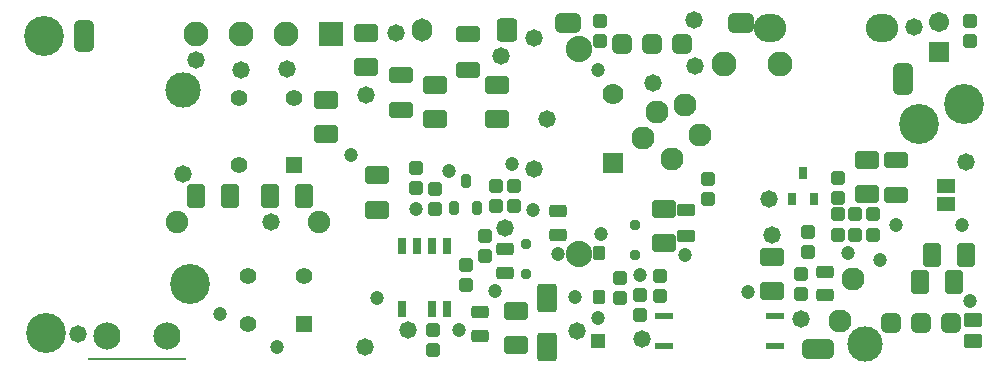
<source format=gbs>
G04*
G04 #@! TF.GenerationSoftware,Altium Limited,Altium Designer,19.0.15 (446)*
G04*
G04 Layer_Color=16711935*
%FSLAX25Y25*%
%MOIN*%
G70*
G01*
G75*
%ADD21R,0.33000X0.00500*%
%ADD22C,0.06737*%
%ADD23R,0.06737X0.06737*%
%ADD24C,0.08300*%
G04:AMPARAMS|DCode=25|XSize=106.42mil|YSize=67.06mil|CornerRadius=18.76mil|HoleSize=0mil|Usage=FLASHONLY|Rotation=0.000|XOffset=0mil|YOffset=0mil|HoleType=Round|Shape=RoundedRectangle|*
%AMROUNDEDRECTD25*
21,1,0.10642,0.02953,0,0,0.0*
21,1,0.06890,0.06706,0,0,0.0*
1,1,0.03753,0.03445,-0.01476*
1,1,0.03753,-0.03445,-0.01476*
1,1,0.03753,-0.03445,0.01476*
1,1,0.03753,0.03445,0.01476*
%
%ADD25ROUNDEDRECTD25*%
G04:AMPARAMS|DCode=26|XSize=86.74mil|YSize=67.06mil|CornerRadius=18.76mil|HoleSize=0mil|Usage=FLASHONLY|Rotation=0.000|XOffset=0mil|YOffset=0mil|HoleType=Round|Shape=RoundedRectangle|*
%AMROUNDEDRECTD26*
21,1,0.08674,0.02953,0,0,0.0*
21,1,0.04921,0.06706,0,0,0.0*
1,1,0.03753,0.02461,-0.01476*
1,1,0.03753,-0.02461,-0.01476*
1,1,0.03753,-0.02461,0.01476*
1,1,0.03753,0.02461,0.01476*
%
%ADD26ROUNDEDRECTD26*%
G04:AMPARAMS|DCode=27|XSize=67.06mil|YSize=106.42mil|CornerRadius=18.76mil|HoleSize=0mil|Usage=FLASHONLY|Rotation=0.000|XOffset=0mil|YOffset=0mil|HoleType=Round|Shape=RoundedRectangle|*
%AMROUNDEDRECTD27*
21,1,0.06706,0.06890,0,0,0.0*
21,1,0.02953,0.10642,0,0,0.0*
1,1,0.03753,0.01476,-0.03445*
1,1,0.03753,-0.01476,-0.03445*
1,1,0.03753,-0.01476,0.03445*
1,1,0.03753,0.01476,0.03445*
%
%ADD27ROUNDEDRECTD27*%
G04:AMPARAMS|DCode=28|XSize=68mil|YSize=106.42mil|CornerRadius=19mil|HoleSize=0mil|Usage=FLASHONLY|Rotation=0.000|XOffset=0mil|YOffset=0mil|HoleType=Round|Shape=RoundedRectangle|*
%AMROUNDEDRECTD28*
21,1,0.06800,0.06843,0,0,0.0*
21,1,0.03000,0.10642,0,0,0.0*
1,1,0.03800,0.01500,-0.03421*
1,1,0.03800,-0.01500,-0.03421*
1,1,0.03800,-0.01500,0.03421*
1,1,0.03800,0.01500,0.03421*
%
%ADD28ROUNDEDRECTD28*%
%ADD29C,0.07493*%
G04:AMPARAMS|DCode=30|XSize=68mil|YSize=78mil|CornerRadius=11.5mil|HoleSize=0mil|Usage=FLASHONLY|Rotation=180.000|XOffset=0mil|YOffset=0mil|HoleType=Round|Shape=RoundedRectangle|*
%AMROUNDEDRECTD30*
21,1,0.06800,0.05500,0,0,180.0*
21,1,0.04500,0.07800,0,0,180.0*
1,1,0.02300,-0.02250,0.02750*
1,1,0.02300,0.02250,0.02750*
1,1,0.02300,0.02250,-0.02750*
1,1,0.02300,-0.02250,-0.02750*
%
%ADD30ROUNDEDRECTD30*%
%ADD31O,0.06800X0.07800*%
G04:AMPARAMS|DCode=32|XSize=67.06mil|YSize=67.06mil|CornerRadius=18.76mil|HoleSize=0mil|Usage=FLASHONLY|Rotation=0.000|XOffset=0mil|YOffset=0mil|HoleType=Round|Shape=RoundedRectangle|*
%AMROUNDEDRECTD32*
21,1,0.06706,0.02953,0,0,0.0*
21,1,0.02953,0.06706,0,0,0.0*
1,1,0.03753,0.01476,-0.01476*
1,1,0.03753,-0.01476,-0.01476*
1,1,0.03753,-0.01476,0.01476*
1,1,0.03753,0.01476,0.01476*
%
%ADD32ROUNDEDRECTD32*%
%ADD33C,0.08800*%
%ADD34C,0.07001*%
%ADD35R,0.07001X0.07001*%
%ADD36C,0.07700*%
%ADD38C,0.08320*%
%ADD39R,0.08320X0.08320*%
%ADD40C,0.04737*%
%ADD41R,0.04737X0.04737*%
%ADD42C,0.05556*%
%ADD43R,0.05556X0.05556*%
%ADD44C,0.09068*%
%ADD45C,0.05800*%
%ADD83R,0.05906X0.02362*%
G04:AMPARAMS|DCode=97|XSize=47.37mil|YSize=43.43mil|CornerRadius=8.43mil|HoleSize=0mil|Usage=FLASHONLY|Rotation=0.000|XOffset=0mil|YOffset=0mil|HoleType=Round|Shape=RoundedRectangle|*
%AMROUNDEDRECTD97*
21,1,0.04737,0.02657,0,0,0.0*
21,1,0.03051,0.04343,0,0,0.0*
1,1,0.01686,0.01526,-0.01329*
1,1,0.01686,-0.01526,-0.01329*
1,1,0.01686,-0.01526,0.01329*
1,1,0.01686,0.01526,0.01329*
%
%ADD97ROUNDEDRECTD97*%
%ADD98R,0.06312X0.05131*%
%ADD99R,0.03162X0.04147*%
%ADD100C,0.11811*%
G04:AMPARAMS|DCode=101|XSize=78.87mil|YSize=59.18mil|CornerRadius=10.4mil|HoleSize=0mil|Usage=FLASHONLY|Rotation=0.000|XOffset=0mil|YOffset=0mil|HoleType=Round|Shape=RoundedRectangle|*
%AMROUNDEDRECTD101*
21,1,0.07887,0.03839,0,0,0.0*
21,1,0.05807,0.05918,0,0,0.0*
1,1,0.02080,0.02904,-0.01919*
1,1,0.02080,-0.02904,-0.01919*
1,1,0.02080,-0.02904,0.01919*
1,1,0.02080,0.02904,0.01919*
%
%ADD101ROUNDEDRECTD101*%
G04:AMPARAMS|DCode=102|XSize=63.12mil|YSize=47.37mil|CornerRadius=8.92mil|HoleSize=0mil|Usage=FLASHONLY|Rotation=0.000|XOffset=0mil|YOffset=0mil|HoleType=Round|Shape=RoundedRectangle|*
%AMROUNDEDRECTD102*
21,1,0.06312,0.02953,0,0,0.0*
21,1,0.04528,0.04737,0,0,0.0*
1,1,0.01784,0.02264,-0.01476*
1,1,0.01784,-0.02264,-0.01476*
1,1,0.01784,-0.02264,0.01476*
1,1,0.01784,0.02264,0.01476*
%
%ADD102ROUNDEDRECTD102*%
G04:AMPARAMS|DCode=103|XSize=78.87mil|YSize=59.18mil|CornerRadius=10.4mil|HoleSize=0mil|Usage=FLASHONLY|Rotation=90.000|XOffset=0mil|YOffset=0mil|HoleType=Round|Shape=RoundedRectangle|*
%AMROUNDEDRECTD103*
21,1,0.07887,0.03839,0,0,90.0*
21,1,0.05807,0.05918,0,0,90.0*
1,1,0.02080,0.01919,0.02904*
1,1,0.02080,0.01919,-0.02904*
1,1,0.02080,-0.01919,-0.02904*
1,1,0.02080,-0.01919,0.02904*
%
%ADD103ROUNDEDRECTD103*%
G04:AMPARAMS|DCode=104|XSize=59.18mil|YSize=39.5mil|CornerRadius=7.94mil|HoleSize=0mil|Usage=FLASHONLY|Rotation=180.000|XOffset=0mil|YOffset=0mil|HoleType=Round|Shape=RoundedRectangle|*
%AMROUNDEDRECTD104*
21,1,0.05918,0.02362,0,0,180.0*
21,1,0.04331,0.03950,0,0,180.0*
1,1,0.01587,-0.02165,0.01181*
1,1,0.01587,0.02165,0.01181*
1,1,0.01587,0.02165,-0.01181*
1,1,0.01587,-0.02165,-0.01181*
%
%ADD104ROUNDEDRECTD104*%
G04:AMPARAMS|DCode=105|XSize=39.5mil|YSize=47.37mil|CornerRadius=7.94mil|HoleSize=0mil|Usage=FLASHONLY|Rotation=180.000|XOffset=0mil|YOffset=0mil|HoleType=Round|Shape=RoundedRectangle|*
%AMROUNDEDRECTD105*
21,1,0.03950,0.03150,0,0,180.0*
21,1,0.02362,0.04737,0,0,180.0*
1,1,0.01587,-0.01181,0.01575*
1,1,0.01587,0.01181,0.01575*
1,1,0.01587,0.01181,-0.01575*
1,1,0.01587,-0.01181,-0.01575*
%
%ADD105ROUNDEDRECTD105*%
G04:AMPARAMS|DCode=106|XSize=31.62mil|YSize=47.37mil|CornerRadius=6.95mil|HoleSize=0mil|Usage=FLASHONLY|Rotation=180.000|XOffset=0mil|YOffset=0mil|HoleType=Round|Shape=RoundedRectangle|*
%AMROUNDEDRECTD106*
21,1,0.03162,0.03347,0,0,180.0*
21,1,0.01772,0.04737,0,0,180.0*
1,1,0.01391,-0.00886,0.01673*
1,1,0.01391,0.00886,0.01673*
1,1,0.01391,0.00886,-0.01673*
1,1,0.01391,-0.00886,-0.01673*
%
%ADD106ROUNDEDRECTD106*%
%ADD107R,0.02769X0.05524*%
G04:AMPARAMS|DCode=108|XSize=94.61mil|YSize=67.06mil|CornerRadius=11.38mil|HoleSize=0mil|Usage=FLASHONLY|Rotation=270.000|XOffset=0mil|YOffset=0mil|HoleType=Round|Shape=RoundedRectangle|*
%AMROUNDEDRECTD108*
21,1,0.09461,0.04429,0,0,270.0*
21,1,0.07185,0.06706,0,0,270.0*
1,1,0.02276,-0.02215,-0.03593*
1,1,0.02276,-0.02215,0.03593*
1,1,0.02276,0.02215,0.03593*
1,1,0.02276,0.02215,-0.03593*
%
%ADD108ROUNDEDRECTD108*%
G04:AMPARAMS|DCode=109|XSize=78.87mil|YSize=53.28mil|CornerRadius=9.66mil|HoleSize=0mil|Usage=FLASHONLY|Rotation=0.000|XOffset=0mil|YOffset=0mil|HoleType=Round|Shape=RoundedRectangle|*
%AMROUNDEDRECTD109*
21,1,0.07887,0.03396,0,0,0.0*
21,1,0.05955,0.05328,0,0,0.0*
1,1,0.01932,0.02977,-0.01698*
1,1,0.01932,-0.02977,-0.01698*
1,1,0.01932,-0.02977,0.01698*
1,1,0.01932,0.02977,0.01698*
%
%ADD109ROUNDEDRECTD109*%
G04:AMPARAMS|DCode=110|XSize=61.15mil|YSize=39.5mil|CornerRadius=7.94mil|HoleSize=0mil|Usage=FLASHONLY|Rotation=0.000|XOffset=0mil|YOffset=0mil|HoleType=Round|Shape=RoundedRectangle|*
%AMROUNDEDRECTD110*
21,1,0.06115,0.02362,0,0,0.0*
21,1,0.04528,0.03950,0,0,0.0*
1,1,0.01587,0.02264,-0.01181*
1,1,0.01587,-0.02264,-0.01181*
1,1,0.01587,-0.02264,0.01181*
1,1,0.01587,0.02264,0.01181*
%
%ADD110ROUNDEDRECTD110*%
G04:AMPARAMS|DCode=111|XSize=31.62mil|YSize=35.56mil|CornerRadius=6.95mil|HoleSize=0mil|Usage=FLASHONLY|Rotation=270.000|XOffset=0mil|YOffset=0mil|HoleType=Round|Shape=RoundedRectangle|*
%AMROUNDEDRECTD111*
21,1,0.03162,0.02165,0,0,270.0*
21,1,0.01772,0.03556,0,0,270.0*
1,1,0.01391,-0.01083,-0.00886*
1,1,0.01391,-0.01083,0.00886*
1,1,0.01391,0.01083,0.00886*
1,1,0.01391,0.01083,-0.00886*
%
%ADD111ROUNDEDRECTD111*%
%ADD112C,0.13300*%
%ADD113O,0.10800X0.09300*%
D21*
X253937Y356030D02*
D03*
D22*
X521260Y468386D02*
D03*
D23*
Y458386D02*
D03*
D24*
X449606Y454331D02*
D03*
X468307D02*
D03*
D25*
X480709Y359449D02*
D03*
D26*
X455118Y468110D02*
D03*
X397638D02*
D03*
D27*
X509055Y449213D02*
D03*
D28*
X236221Y463779D02*
D03*
D29*
X267323Y401575D02*
D03*
X314567D02*
D03*
D30*
X377165Y465748D02*
D03*
D31*
X348819D02*
D03*
D32*
X435433Y461024D02*
D03*
X425433D02*
D03*
X415433D02*
D03*
X505118Y368110D02*
D03*
X515118D02*
D03*
X525118D02*
D03*
D33*
X401181Y390945D02*
D03*
Y459449D02*
D03*
D34*
X412598Y444177D02*
D03*
D35*
Y421177D02*
D03*
D36*
X488181Y368634D02*
D03*
X441681Y430634D02*
D03*
X492681Y382634D02*
D03*
X432181Y422634D02*
D03*
X422681Y429634D02*
D03*
X427181Y438134D02*
D03*
X436681Y440634D02*
D03*
D38*
X273563Y464173D02*
D03*
X288563D02*
D03*
X303563D02*
D03*
D39*
X318563D02*
D03*
D40*
X333858Y376378D02*
D03*
X325197Y424016D02*
D03*
X300394Y359842D02*
D03*
X501575Y388976D02*
D03*
X490945Y391142D02*
D03*
X436681Y390551D02*
D03*
X421654Y383858D02*
D03*
X394094Y390945D02*
D03*
X361024Y365748D02*
D03*
X407480Y452362D02*
D03*
X385827Y405512D02*
D03*
X457480Y378346D02*
D03*
X378740Y420866D02*
D03*
X531496Y375197D02*
D03*
X400000Y376772D02*
D03*
X373228Y378740D02*
D03*
X408661Y397638D02*
D03*
X357874Y418504D02*
D03*
X346850Y405905D02*
D03*
X281496Y370866D02*
D03*
X407480Y369685D02*
D03*
X528740Y400787D02*
D03*
X506693D02*
D03*
D41*
X407480Y361811D02*
D03*
D42*
X290905Y383740D02*
D03*
X309405D02*
D03*
X290905Y367740D02*
D03*
X287756Y420496D02*
D03*
X306256Y442996D02*
D03*
X287756D02*
D03*
D43*
X309405Y367740D02*
D03*
X306256Y420496D02*
D03*
D44*
X263937Y363779D02*
D03*
X243937D02*
D03*
D45*
X439764Y453543D02*
D03*
X329921Y359842D02*
D03*
X465354Y397441D02*
D03*
X530315Y421654D02*
D03*
X303937Y452756D02*
D03*
X340158Y464567D02*
D03*
X439370Y468898D02*
D03*
X288583Y452362D02*
D03*
X269291Y417717D02*
D03*
X425984Y448032D02*
D03*
X400394Y365354D02*
D03*
X376378Y399606D02*
D03*
X422047Y362598D02*
D03*
X512992Y466535D02*
D03*
X464567Y409449D02*
D03*
X390551Y435827D02*
D03*
X330315Y444095D02*
D03*
X344094Y365748D02*
D03*
X475197Y369291D02*
D03*
X234252Y364173D02*
D03*
X298425Y401575D02*
D03*
X375197Y457087D02*
D03*
X273622Y455512D02*
D03*
X386221Y462992D02*
D03*
Y419291D02*
D03*
D83*
X466535Y370354D02*
D03*
X429528D02*
D03*
X466535Y360354D02*
D03*
X429528D02*
D03*
D97*
X531496Y461811D02*
D03*
Y468504D02*
D03*
X475197Y377559D02*
D03*
Y384252D02*
D03*
X414961Y382874D02*
D03*
Y376181D02*
D03*
X352362Y365551D02*
D03*
Y358858D02*
D03*
X421654Y377165D02*
D03*
Y370472D02*
D03*
X408268Y468701D02*
D03*
Y462008D02*
D03*
X363386Y380709D02*
D03*
Y387402D02*
D03*
X379528Y406890D02*
D03*
Y413583D02*
D03*
X346850Y419488D02*
D03*
Y412795D02*
D03*
X353150Y405905D02*
D03*
Y412598D02*
D03*
X477559Y398228D02*
D03*
Y391535D02*
D03*
X499213Y404134D02*
D03*
Y397441D02*
D03*
X487402Y416339D02*
D03*
Y409646D02*
D03*
X493307Y404134D02*
D03*
Y397441D02*
D03*
X487402Y404134D02*
D03*
Y397441D02*
D03*
X428346Y376969D02*
D03*
Y383661D02*
D03*
X444095Y415945D02*
D03*
Y409252D02*
D03*
X369685Y390224D02*
D03*
Y396917D02*
D03*
X373622Y413583D02*
D03*
Y406890D02*
D03*
D98*
X523622Y407677D02*
D03*
Y413583D02*
D03*
D99*
X475787Y417815D02*
D03*
X472047Y409350D02*
D03*
X479528D02*
D03*
D100*
X269291Y445669D02*
D03*
X496457Y361024D02*
D03*
D101*
X465354Y389961D02*
D03*
Y378543D02*
D03*
X380315Y372047D02*
D03*
Y360630D02*
D03*
X429528Y406102D02*
D03*
Y394685D02*
D03*
X316929Y430905D02*
D03*
Y442323D02*
D03*
X374016Y447441D02*
D03*
Y436024D02*
D03*
X353150Y447441D02*
D03*
Y436024D02*
D03*
X497244Y422441D02*
D03*
Y411024D02*
D03*
X333858Y417126D02*
D03*
Y405709D02*
D03*
X330315Y453150D02*
D03*
Y464567D02*
D03*
D102*
X532677Y368898D02*
D03*
Y361811D02*
D03*
D103*
X518701Y390551D02*
D03*
X530118D02*
D03*
X514764Y381496D02*
D03*
X526181D02*
D03*
X298228Y410236D02*
D03*
X309646D02*
D03*
X273425D02*
D03*
X284842D02*
D03*
D104*
X368110Y371654D02*
D03*
Y363779D02*
D03*
X394094Y397441D02*
D03*
Y405315D02*
D03*
X483071Y385039D02*
D03*
Y377165D02*
D03*
X376378Y392520D02*
D03*
Y384646D02*
D03*
D105*
X407874Y391142D02*
D03*
Y376575D02*
D03*
D106*
X363386Y415354D02*
D03*
X359646Y406299D02*
D03*
X367126D02*
D03*
D107*
X357213Y393571D02*
D03*
Y372571D02*
D03*
X352213D02*
D03*
X342213D02*
D03*
X352213Y393571D02*
D03*
X347213D02*
D03*
X342213D02*
D03*
D108*
X390551Y376378D02*
D03*
Y359842D02*
D03*
D109*
X341732Y438976D02*
D03*
Y450787D02*
D03*
X364173Y452362D02*
D03*
Y464173D02*
D03*
X506693Y422441D02*
D03*
Y410630D02*
D03*
D110*
X437008Y396850D02*
D03*
Y405512D02*
D03*
D111*
X383465Y384449D02*
D03*
Y394291D02*
D03*
X419685Y390748D02*
D03*
Y400591D02*
D03*
D112*
X222835Y463779D02*
D03*
X529528Y440945D02*
D03*
X271654Y381102D02*
D03*
X223622Y364567D02*
D03*
X514567Y434252D02*
D03*
D113*
X464764Y466142D02*
D03*
X502165D02*
D03*
M02*

</source>
